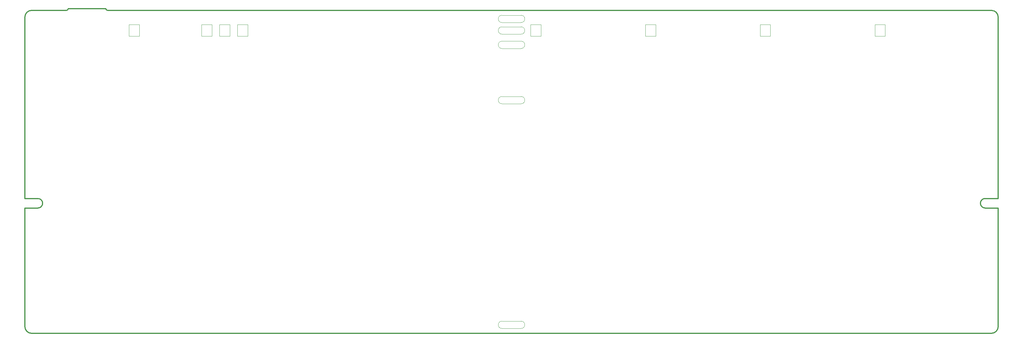
<source format=gbr>
%TF.GenerationSoftware,KiCad,Pcbnew,(5.1.9-0-10_14)*%
%TF.CreationDate,2021-01-10T14:58:04+09:00*%
%TF.ProjectId,Unison,556e6973-6f6e-42e6-9b69-6361645f7063,v01_1AU*%
%TF.SameCoordinates,Original*%
%TF.FileFunction,Profile,NP*%
%FSLAX46Y46*%
G04 Gerber Fmt 4.6, Leading zero omitted, Abs format (unit mm)*
G04 Created by KiCad (PCBNEW (5.1.9-0-10_14)) date 2021-01-10 14:58:04*
%MOMM*%
%LPD*%
G01*
G04 APERTURE LIST*
%TA.AperFunction,Profile*%
%ADD10C,0.050000*%
%TD*%
%TA.AperFunction,Profile*%
%ADD11C,0.120000*%
%TD*%
%TA.AperFunction,Profile*%
%ADD12C,0.300000*%
%TD*%
G04 APERTURE END LIST*
D10*
X160525001Y-108225001D02*
G75*
G02*
X160524999Y-110374999I-25001J-1074999D01*
G01*
X154900000Y-110375000D02*
G75*
G02*
X154900000Y-108225000I0J1075000D01*
G01*
X154900000Y-110375000D02*
X160524999Y-110374999D01*
X154900000Y-108225000D02*
X160525001Y-108225001D01*
X160525001Y-26225001D02*
G75*
G02*
X160524999Y-28374999I-25001J-1074999D01*
G01*
X154900000Y-28375000D02*
G75*
G02*
X154900000Y-26225000I0J1075000D01*
G01*
X154900000Y-26225000D02*
X160525001Y-26225001D01*
X154900000Y-28375000D02*
X160524999Y-28374999D01*
X154900000Y-24175000D02*
X160524999Y-24174999D01*
X154900000Y-22025000D02*
X160525001Y-22025001D01*
X154900000Y-24175000D02*
G75*
G02*
X154900000Y-22025000I0J1075000D01*
G01*
X160525001Y-22025001D02*
G75*
G02*
X160524999Y-24174999I-25001J-1074999D01*
G01*
X154900000Y-44575000D02*
X160524999Y-44574999D01*
X154900000Y-42425000D02*
X160525001Y-42425001D01*
X154900000Y-44575000D02*
G75*
G02*
X154900000Y-42425000I0J1075000D01*
G01*
X160525001Y-42425001D02*
G75*
G02*
X160524999Y-44574999I-25001J-1074999D01*
G01*
X160525001Y-18625001D02*
G75*
G02*
X160524999Y-20774999I-25001J-1074999D01*
G01*
X154900000Y-20775000D02*
G75*
G02*
X154900000Y-18625000I0J1075000D01*
G01*
X154900000Y-20775000D02*
X160524999Y-20774999D01*
X154900000Y-18625000D02*
X160525001Y-18625001D01*
D11*
%TO.C,L7*%
X230500000Y-24800000D02*
X230500000Y-21400000D01*
X233500000Y-24800000D02*
X230500000Y-24800000D01*
X233500000Y-21400000D02*
X233500000Y-24800000D01*
X230500000Y-21400000D02*
X233500000Y-21400000D01*
D12*
%TO.C,REF\u002A\u002A*%
X298200000Y-17200000D02*
X39400000Y-17200000D01*
X15200000Y-109800000D02*
X15200000Y-75100000D01*
X15200000Y-75100000D02*
X19000000Y-75100000D01*
X19000000Y-72300000D02*
X15200000Y-72300000D01*
X15200000Y-72300000D02*
X15200000Y-19200000D01*
X300200000Y-75100000D02*
X300200000Y-109800000D01*
X300200000Y-72300000D02*
X300200000Y-19200000D01*
X296400000Y-75100000D02*
X300200000Y-75100000D01*
X296400000Y-72300000D02*
X300200000Y-72300000D01*
X27900000Y-16700000D02*
X38900000Y-16700000D01*
X17200000Y-17200000D02*
X27400000Y-17200000D01*
X298200000Y-111800000D02*
X17200000Y-111800000D01*
X38900000Y-16700000D02*
G75*
G03*
X39400000Y-17200000I500000J0D01*
G01*
X27400000Y-17200000D02*
G75*
G03*
X27900000Y-16700000I0J500000D01*
G01*
X19000000Y-75100000D02*
G75*
G03*
X20400000Y-73700000I0J1400000D01*
G01*
X296400000Y-75100000D02*
G75*
G02*
X295000000Y-73700000I0J1400000D01*
G01*
X295000000Y-73700000D02*
G75*
G02*
X296400000Y-72300000I1400000J0D01*
G01*
X20400000Y-73700000D02*
G75*
G03*
X19000000Y-72300000I-1400000J0D01*
G01*
X300200000Y-19200000D02*
G75*
G03*
X298200000Y-17200000I-2000000J0D01*
G01*
X298200000Y-111800000D02*
G75*
G03*
X300200000Y-109800000I0J2000000D01*
G01*
X15200000Y-109800000D02*
G75*
G03*
X17200000Y-111800000I2000000J0D01*
G01*
X17200000Y-17200000D02*
G75*
G03*
X15200000Y-19200000I0J-2000000D01*
G01*
D11*
%TO.C,L1*%
X66950000Y-24800000D02*
X66950000Y-21400000D01*
X69950000Y-24800000D02*
X66950000Y-24800000D01*
X69950000Y-21400000D02*
X69950000Y-24800000D01*
X66950000Y-21400000D02*
X69950000Y-21400000D01*
%TO.C,L2*%
X72200000Y-24800000D02*
X72200000Y-21400000D01*
X75200000Y-24800000D02*
X72200000Y-24800000D01*
X75200000Y-21400000D02*
X75200000Y-24800000D01*
X72200000Y-21400000D02*
X75200000Y-21400000D01*
%TO.C,L3*%
X77450000Y-24800000D02*
X77450000Y-21400000D01*
X80450000Y-24800000D02*
X77450000Y-24800000D01*
X80450000Y-21400000D02*
X80450000Y-24800000D01*
X77450000Y-21400000D02*
X80450000Y-21400000D01*
%TO.C,L4*%
X45700000Y-24800000D02*
X45700000Y-21400000D01*
X48700000Y-24800000D02*
X45700000Y-24800000D01*
X48700000Y-21400000D02*
X48700000Y-24800000D01*
X45700000Y-21400000D02*
X48700000Y-21400000D01*
%TO.C,L5*%
X163300000Y-24800000D02*
X163300000Y-21400000D01*
X166300000Y-24800000D02*
X163300000Y-24800000D01*
X166300000Y-21400000D02*
X166300000Y-24800000D01*
X163300000Y-21400000D02*
X166300000Y-21400000D01*
%TO.C,L6*%
X196900000Y-24800000D02*
X196900000Y-21400000D01*
X199900000Y-24800000D02*
X196900000Y-24800000D01*
X199900000Y-21400000D02*
X199900000Y-24800000D01*
X196900000Y-21400000D02*
X199900000Y-21400000D01*
%TO.C,L8*%
X264100000Y-21400000D02*
X267100000Y-21400000D01*
X267100000Y-21400000D02*
X267100000Y-24800000D01*
X267100000Y-24800000D02*
X264100000Y-24800000D01*
X264100000Y-24800000D02*
X264100000Y-21400000D01*
%TD*%
M02*

</source>
